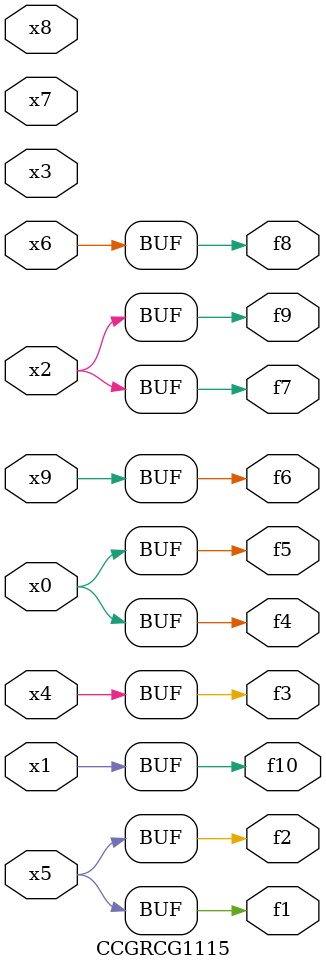
<source format=v>
module CCGRCG1115(
	input x0, x1, x2, x3, x4, x5, x6, x7, x8, x9,
	output f1, f2, f3, f4, f5, f6, f7, f8, f9, f10
);
	assign f1 = x5;
	assign f2 = x5;
	assign f3 = x4;
	assign f4 = x0;
	assign f5 = x0;
	assign f6 = x9;
	assign f7 = x2;
	assign f8 = x6;
	assign f9 = x2;
	assign f10 = x1;
endmodule

</source>
